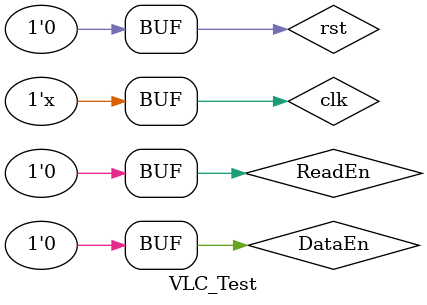
<source format=v>
`timescale 1ns / 1ps


module VLC_Test();
    
    parameter W = 8;
    reg clk, rst;
    reg DataEn;
    reg [W-1:0] DataIn;
    wire DataOutEn;
    wire [511:0] DataOut;
    
    reg flag;

    reg [4:0] Address;
    wire [15:0] Out;
    reg ReadEn;

    initial
    begin
        clk <= 0;
        rst <= 0;
        ReadEn <= 0;
        # 6
        rst <= 1;
        # 8
        rst <= 0;
        # 4
        DataEn <= 1;
        # 192
        DataEn <= 0;
        # 128
        ReadEn <= 1;
        # 104
        ReadEn <= 0;
    end


    always@(posedge clk)
    begin
        if(rst == 1)
        begin
            DataIn <= 220;
            flag <= 0;
        end
        else if(DataIn == 36)
        begin
            flag <= 1;
            DataIn <= DataIn - 3;
        end
        else if(DataIn == 220)
        begin
            flag <= 0;
            DataIn <= DataIn + 3;
        end
        else if(flag == 0)
            DataIn <= DataIn + 3;
        else 
            DataIn <= DataIn - 3;
    end

    always #2 clk = ~clk;

    VLC uut(
        .clk(clk),
        .rst(rst),
        .DataEn(DataEn),
        .DataIn(DataIn),
        .DataOutEn(DataOutEn),
        .DataOut(DataOut)
    );

    Residual_BRAM t1(
        .clka(clk),
        .ena(DataOutEn | ReadEn),
        .wea(DataOutEn),
        .dina(DataOut[511:496]),
        .addra(Address),
        .douta(Out)
    );
    
    always @(posedge clk)
    begin
        if(DataOutEn | ReadEn)
            Address <= Address + 1;
        else
            Address <= 0;
    end



endmodule

</source>
